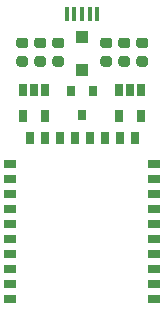
<source format=gtp>
G04 #@! TF.GenerationSoftware,KiCad,Pcbnew,5.1.4+dfsg1-1*
G04 #@! TF.CreationDate,2020-04-01T11:30:31+02:00*
G04 #@! TF.ProjectId,nrfmicro,6e72666d-6963-4726-9f2e-6b696361645f,rev?*
G04 #@! TF.SameCoordinates,Original*
G04 #@! TF.FileFunction,Paste,Top*
G04 #@! TF.FilePolarity,Positive*
%FSLAX46Y46*%
G04 Gerber Fmt 4.6, Leading zero omitted, Abs format (unit mm)*
G04 Created by KiCad (PCBNEW 5.1.4+dfsg1-1) date 2020-04-01 11:30:31*
%MOMM*%
%LPD*%
G04 APERTURE LIST*
%ADD10R,0.450000X1.200000*%
%ADD11C,0.100000*%
%ADD12C,0.875000*%
%ADD13R,1.000000X0.650000*%
%ADD14R,0.650000X1.000000*%
%ADD15R,0.800000X0.900000*%
%ADD16R,1.100000X1.100000*%
%ADD17R,0.650000X1.060000*%
G04 APERTURE END LIST*
D10*
X103152000Y-113699000D03*
X103802000Y-113699000D03*
X104452000Y-113699000D03*
X105102000Y-113699000D03*
X102502000Y-113699000D03*
D11*
G36*
X102047691Y-115701053D02*
G01*
X102068926Y-115704203D01*
X102089750Y-115709419D01*
X102109962Y-115716651D01*
X102129368Y-115725830D01*
X102147781Y-115736866D01*
X102165024Y-115749654D01*
X102180930Y-115764070D01*
X102195346Y-115779976D01*
X102208134Y-115797219D01*
X102219170Y-115815632D01*
X102228349Y-115835038D01*
X102235581Y-115855250D01*
X102240797Y-115876074D01*
X102243947Y-115897309D01*
X102245000Y-115918750D01*
X102245000Y-116356250D01*
X102243947Y-116377691D01*
X102240797Y-116398926D01*
X102235581Y-116419750D01*
X102228349Y-116439962D01*
X102219170Y-116459368D01*
X102208134Y-116477781D01*
X102195346Y-116495024D01*
X102180930Y-116510930D01*
X102165024Y-116525346D01*
X102147781Y-116538134D01*
X102129368Y-116549170D01*
X102109962Y-116558349D01*
X102089750Y-116565581D01*
X102068926Y-116570797D01*
X102047691Y-116573947D01*
X102026250Y-116575000D01*
X101513750Y-116575000D01*
X101492309Y-116573947D01*
X101471074Y-116570797D01*
X101450250Y-116565581D01*
X101430038Y-116558349D01*
X101410632Y-116549170D01*
X101392219Y-116538134D01*
X101374976Y-116525346D01*
X101359070Y-116510930D01*
X101344654Y-116495024D01*
X101331866Y-116477781D01*
X101320830Y-116459368D01*
X101311651Y-116439962D01*
X101304419Y-116419750D01*
X101299203Y-116398926D01*
X101296053Y-116377691D01*
X101295000Y-116356250D01*
X101295000Y-115918750D01*
X101296053Y-115897309D01*
X101299203Y-115876074D01*
X101304419Y-115855250D01*
X101311651Y-115835038D01*
X101320830Y-115815632D01*
X101331866Y-115797219D01*
X101344654Y-115779976D01*
X101359070Y-115764070D01*
X101374976Y-115749654D01*
X101392219Y-115736866D01*
X101410632Y-115725830D01*
X101430038Y-115716651D01*
X101450250Y-115709419D01*
X101471074Y-115704203D01*
X101492309Y-115701053D01*
X101513750Y-115700000D01*
X102026250Y-115700000D01*
X102047691Y-115701053D01*
X102047691Y-115701053D01*
G37*
D12*
X101770000Y-116137500D03*
D11*
G36*
X102047691Y-117276053D02*
G01*
X102068926Y-117279203D01*
X102089750Y-117284419D01*
X102109962Y-117291651D01*
X102129368Y-117300830D01*
X102147781Y-117311866D01*
X102165024Y-117324654D01*
X102180930Y-117339070D01*
X102195346Y-117354976D01*
X102208134Y-117372219D01*
X102219170Y-117390632D01*
X102228349Y-117410038D01*
X102235581Y-117430250D01*
X102240797Y-117451074D01*
X102243947Y-117472309D01*
X102245000Y-117493750D01*
X102245000Y-117931250D01*
X102243947Y-117952691D01*
X102240797Y-117973926D01*
X102235581Y-117994750D01*
X102228349Y-118014962D01*
X102219170Y-118034368D01*
X102208134Y-118052781D01*
X102195346Y-118070024D01*
X102180930Y-118085930D01*
X102165024Y-118100346D01*
X102147781Y-118113134D01*
X102129368Y-118124170D01*
X102109962Y-118133349D01*
X102089750Y-118140581D01*
X102068926Y-118145797D01*
X102047691Y-118148947D01*
X102026250Y-118150000D01*
X101513750Y-118150000D01*
X101492309Y-118148947D01*
X101471074Y-118145797D01*
X101450250Y-118140581D01*
X101430038Y-118133349D01*
X101410632Y-118124170D01*
X101392219Y-118113134D01*
X101374976Y-118100346D01*
X101359070Y-118085930D01*
X101344654Y-118070024D01*
X101331866Y-118052781D01*
X101320830Y-118034368D01*
X101311651Y-118014962D01*
X101304419Y-117994750D01*
X101299203Y-117973926D01*
X101296053Y-117952691D01*
X101295000Y-117931250D01*
X101295000Y-117493750D01*
X101296053Y-117472309D01*
X101299203Y-117451074D01*
X101304419Y-117430250D01*
X101311651Y-117410038D01*
X101320830Y-117390632D01*
X101331866Y-117372219D01*
X101344654Y-117354976D01*
X101359070Y-117339070D01*
X101374976Y-117324654D01*
X101392219Y-117311866D01*
X101410632Y-117300830D01*
X101430038Y-117291651D01*
X101450250Y-117284419D01*
X101471074Y-117279203D01*
X101492309Y-117276053D01*
X101513750Y-117275000D01*
X102026250Y-117275000D01*
X102047691Y-117276053D01*
X102047691Y-117276053D01*
G37*
D12*
X101770000Y-117712500D03*
D11*
G36*
X100523691Y-115701053D02*
G01*
X100544926Y-115704203D01*
X100565750Y-115709419D01*
X100585962Y-115716651D01*
X100605368Y-115725830D01*
X100623781Y-115736866D01*
X100641024Y-115749654D01*
X100656930Y-115764070D01*
X100671346Y-115779976D01*
X100684134Y-115797219D01*
X100695170Y-115815632D01*
X100704349Y-115835038D01*
X100711581Y-115855250D01*
X100716797Y-115876074D01*
X100719947Y-115897309D01*
X100721000Y-115918750D01*
X100721000Y-116356250D01*
X100719947Y-116377691D01*
X100716797Y-116398926D01*
X100711581Y-116419750D01*
X100704349Y-116439962D01*
X100695170Y-116459368D01*
X100684134Y-116477781D01*
X100671346Y-116495024D01*
X100656930Y-116510930D01*
X100641024Y-116525346D01*
X100623781Y-116538134D01*
X100605368Y-116549170D01*
X100585962Y-116558349D01*
X100565750Y-116565581D01*
X100544926Y-116570797D01*
X100523691Y-116573947D01*
X100502250Y-116575000D01*
X99989750Y-116575000D01*
X99968309Y-116573947D01*
X99947074Y-116570797D01*
X99926250Y-116565581D01*
X99906038Y-116558349D01*
X99886632Y-116549170D01*
X99868219Y-116538134D01*
X99850976Y-116525346D01*
X99835070Y-116510930D01*
X99820654Y-116495024D01*
X99807866Y-116477781D01*
X99796830Y-116459368D01*
X99787651Y-116439962D01*
X99780419Y-116419750D01*
X99775203Y-116398926D01*
X99772053Y-116377691D01*
X99771000Y-116356250D01*
X99771000Y-115918750D01*
X99772053Y-115897309D01*
X99775203Y-115876074D01*
X99780419Y-115855250D01*
X99787651Y-115835038D01*
X99796830Y-115815632D01*
X99807866Y-115797219D01*
X99820654Y-115779976D01*
X99835070Y-115764070D01*
X99850976Y-115749654D01*
X99868219Y-115736866D01*
X99886632Y-115725830D01*
X99906038Y-115716651D01*
X99926250Y-115709419D01*
X99947074Y-115704203D01*
X99968309Y-115701053D01*
X99989750Y-115700000D01*
X100502250Y-115700000D01*
X100523691Y-115701053D01*
X100523691Y-115701053D01*
G37*
D12*
X100246000Y-116137500D03*
D11*
G36*
X100523691Y-117276053D02*
G01*
X100544926Y-117279203D01*
X100565750Y-117284419D01*
X100585962Y-117291651D01*
X100605368Y-117300830D01*
X100623781Y-117311866D01*
X100641024Y-117324654D01*
X100656930Y-117339070D01*
X100671346Y-117354976D01*
X100684134Y-117372219D01*
X100695170Y-117390632D01*
X100704349Y-117410038D01*
X100711581Y-117430250D01*
X100716797Y-117451074D01*
X100719947Y-117472309D01*
X100721000Y-117493750D01*
X100721000Y-117931250D01*
X100719947Y-117952691D01*
X100716797Y-117973926D01*
X100711581Y-117994750D01*
X100704349Y-118014962D01*
X100695170Y-118034368D01*
X100684134Y-118052781D01*
X100671346Y-118070024D01*
X100656930Y-118085930D01*
X100641024Y-118100346D01*
X100623781Y-118113134D01*
X100605368Y-118124170D01*
X100585962Y-118133349D01*
X100565750Y-118140581D01*
X100544926Y-118145797D01*
X100523691Y-118148947D01*
X100502250Y-118150000D01*
X99989750Y-118150000D01*
X99968309Y-118148947D01*
X99947074Y-118145797D01*
X99926250Y-118140581D01*
X99906038Y-118133349D01*
X99886632Y-118124170D01*
X99868219Y-118113134D01*
X99850976Y-118100346D01*
X99835070Y-118085930D01*
X99820654Y-118070024D01*
X99807866Y-118052781D01*
X99796830Y-118034368D01*
X99787651Y-118014962D01*
X99780419Y-117994750D01*
X99775203Y-117973926D01*
X99772053Y-117952691D01*
X99771000Y-117931250D01*
X99771000Y-117493750D01*
X99772053Y-117472309D01*
X99775203Y-117451074D01*
X99780419Y-117430250D01*
X99787651Y-117410038D01*
X99796830Y-117390632D01*
X99807866Y-117372219D01*
X99820654Y-117354976D01*
X99835070Y-117339070D01*
X99850976Y-117324654D01*
X99868219Y-117311866D01*
X99886632Y-117300830D01*
X99906038Y-117291651D01*
X99926250Y-117284419D01*
X99947074Y-117279203D01*
X99968309Y-117276053D01*
X99989750Y-117275000D01*
X100502250Y-117275000D01*
X100523691Y-117276053D01*
X100523691Y-117276053D01*
G37*
D12*
X100246000Y-117712500D03*
D11*
G36*
X98999191Y-117276053D02*
G01*
X99020426Y-117279203D01*
X99041250Y-117284419D01*
X99061462Y-117291651D01*
X99080868Y-117300830D01*
X99099281Y-117311866D01*
X99116524Y-117324654D01*
X99132430Y-117339070D01*
X99146846Y-117354976D01*
X99159634Y-117372219D01*
X99170670Y-117390632D01*
X99179849Y-117410038D01*
X99187081Y-117430250D01*
X99192297Y-117451074D01*
X99195447Y-117472309D01*
X99196500Y-117493750D01*
X99196500Y-117931250D01*
X99195447Y-117952691D01*
X99192297Y-117973926D01*
X99187081Y-117994750D01*
X99179849Y-118014962D01*
X99170670Y-118034368D01*
X99159634Y-118052781D01*
X99146846Y-118070024D01*
X99132430Y-118085930D01*
X99116524Y-118100346D01*
X99099281Y-118113134D01*
X99080868Y-118124170D01*
X99061462Y-118133349D01*
X99041250Y-118140581D01*
X99020426Y-118145797D01*
X98999191Y-118148947D01*
X98977750Y-118150000D01*
X98465250Y-118150000D01*
X98443809Y-118148947D01*
X98422574Y-118145797D01*
X98401750Y-118140581D01*
X98381538Y-118133349D01*
X98362132Y-118124170D01*
X98343719Y-118113134D01*
X98326476Y-118100346D01*
X98310570Y-118085930D01*
X98296154Y-118070024D01*
X98283366Y-118052781D01*
X98272330Y-118034368D01*
X98263151Y-118014962D01*
X98255919Y-117994750D01*
X98250703Y-117973926D01*
X98247553Y-117952691D01*
X98246500Y-117931250D01*
X98246500Y-117493750D01*
X98247553Y-117472309D01*
X98250703Y-117451074D01*
X98255919Y-117430250D01*
X98263151Y-117410038D01*
X98272330Y-117390632D01*
X98283366Y-117372219D01*
X98296154Y-117354976D01*
X98310570Y-117339070D01*
X98326476Y-117324654D01*
X98343719Y-117311866D01*
X98362132Y-117300830D01*
X98381538Y-117291651D01*
X98401750Y-117284419D01*
X98422574Y-117279203D01*
X98443809Y-117276053D01*
X98465250Y-117275000D01*
X98977750Y-117275000D01*
X98999191Y-117276053D01*
X98999191Y-117276053D01*
G37*
D12*
X98721500Y-117712500D03*
D11*
G36*
X98999191Y-115701053D02*
G01*
X99020426Y-115704203D01*
X99041250Y-115709419D01*
X99061462Y-115716651D01*
X99080868Y-115725830D01*
X99099281Y-115736866D01*
X99116524Y-115749654D01*
X99132430Y-115764070D01*
X99146846Y-115779976D01*
X99159634Y-115797219D01*
X99170670Y-115815632D01*
X99179849Y-115835038D01*
X99187081Y-115855250D01*
X99192297Y-115876074D01*
X99195447Y-115897309D01*
X99196500Y-115918750D01*
X99196500Y-116356250D01*
X99195447Y-116377691D01*
X99192297Y-116398926D01*
X99187081Y-116419750D01*
X99179849Y-116439962D01*
X99170670Y-116459368D01*
X99159634Y-116477781D01*
X99146846Y-116495024D01*
X99132430Y-116510930D01*
X99116524Y-116525346D01*
X99099281Y-116538134D01*
X99080868Y-116549170D01*
X99061462Y-116558349D01*
X99041250Y-116565581D01*
X99020426Y-116570797D01*
X98999191Y-116573947D01*
X98977750Y-116575000D01*
X98465250Y-116575000D01*
X98443809Y-116573947D01*
X98422574Y-116570797D01*
X98401750Y-116565581D01*
X98381538Y-116558349D01*
X98362132Y-116549170D01*
X98343719Y-116538134D01*
X98326476Y-116525346D01*
X98310570Y-116510930D01*
X98296154Y-116495024D01*
X98283366Y-116477781D01*
X98272330Y-116459368D01*
X98263151Y-116439962D01*
X98255919Y-116419750D01*
X98250703Y-116398926D01*
X98247553Y-116377691D01*
X98246500Y-116356250D01*
X98246500Y-115918750D01*
X98247553Y-115897309D01*
X98250703Y-115876074D01*
X98255919Y-115855250D01*
X98263151Y-115835038D01*
X98272330Y-115815632D01*
X98283366Y-115797219D01*
X98296154Y-115779976D01*
X98310570Y-115764070D01*
X98326476Y-115749654D01*
X98343719Y-115736866D01*
X98362132Y-115725830D01*
X98381538Y-115716651D01*
X98401750Y-115709419D01*
X98422574Y-115704203D01*
X98443809Y-115701053D01*
X98465250Y-115700000D01*
X98977750Y-115700000D01*
X98999191Y-115701053D01*
X98999191Y-115701053D01*
G37*
D12*
X98721500Y-116137500D03*
D13*
X109921000Y-126383000D03*
X109921000Y-127653000D03*
X109921000Y-128923000D03*
X109921000Y-130193000D03*
X109921000Y-131463000D03*
X109921000Y-132733000D03*
X109921000Y-134003000D03*
X109921000Y-135273000D03*
X109921000Y-136543000D03*
X109921000Y-137813000D03*
X97683000Y-130193000D03*
X97683000Y-137813000D03*
X97683000Y-131463000D03*
X97683000Y-136543000D03*
X97683000Y-135273000D03*
X97683000Y-134003000D03*
X97683000Y-128923000D03*
X97683000Y-132733000D03*
X97683000Y-127653000D03*
X97683000Y-126383000D03*
D14*
X100652000Y-124164000D03*
X108272000Y-124164000D03*
X101922000Y-124164000D03*
X107002000Y-124164000D03*
X105732000Y-124164000D03*
X104462000Y-124164000D03*
X99382000Y-124164000D03*
X103192000Y-124164000D03*
D11*
G36*
X106111691Y-115701053D02*
G01*
X106132926Y-115704203D01*
X106153750Y-115709419D01*
X106173962Y-115716651D01*
X106193368Y-115725830D01*
X106211781Y-115736866D01*
X106229024Y-115749654D01*
X106244930Y-115764070D01*
X106259346Y-115779976D01*
X106272134Y-115797219D01*
X106283170Y-115815632D01*
X106292349Y-115835038D01*
X106299581Y-115855250D01*
X106304797Y-115876074D01*
X106307947Y-115897309D01*
X106309000Y-115918750D01*
X106309000Y-116356250D01*
X106307947Y-116377691D01*
X106304797Y-116398926D01*
X106299581Y-116419750D01*
X106292349Y-116439962D01*
X106283170Y-116459368D01*
X106272134Y-116477781D01*
X106259346Y-116495024D01*
X106244930Y-116510930D01*
X106229024Y-116525346D01*
X106211781Y-116538134D01*
X106193368Y-116549170D01*
X106173962Y-116558349D01*
X106153750Y-116565581D01*
X106132926Y-116570797D01*
X106111691Y-116573947D01*
X106090250Y-116575000D01*
X105577750Y-116575000D01*
X105556309Y-116573947D01*
X105535074Y-116570797D01*
X105514250Y-116565581D01*
X105494038Y-116558349D01*
X105474632Y-116549170D01*
X105456219Y-116538134D01*
X105438976Y-116525346D01*
X105423070Y-116510930D01*
X105408654Y-116495024D01*
X105395866Y-116477781D01*
X105384830Y-116459368D01*
X105375651Y-116439962D01*
X105368419Y-116419750D01*
X105363203Y-116398926D01*
X105360053Y-116377691D01*
X105359000Y-116356250D01*
X105359000Y-115918750D01*
X105360053Y-115897309D01*
X105363203Y-115876074D01*
X105368419Y-115855250D01*
X105375651Y-115835038D01*
X105384830Y-115815632D01*
X105395866Y-115797219D01*
X105408654Y-115779976D01*
X105423070Y-115764070D01*
X105438976Y-115749654D01*
X105456219Y-115736866D01*
X105474632Y-115725830D01*
X105494038Y-115716651D01*
X105514250Y-115709419D01*
X105535074Y-115704203D01*
X105556309Y-115701053D01*
X105577750Y-115700000D01*
X106090250Y-115700000D01*
X106111691Y-115701053D01*
X106111691Y-115701053D01*
G37*
D12*
X105834000Y-116137500D03*
D11*
G36*
X106111691Y-117276053D02*
G01*
X106132926Y-117279203D01*
X106153750Y-117284419D01*
X106173962Y-117291651D01*
X106193368Y-117300830D01*
X106211781Y-117311866D01*
X106229024Y-117324654D01*
X106244930Y-117339070D01*
X106259346Y-117354976D01*
X106272134Y-117372219D01*
X106283170Y-117390632D01*
X106292349Y-117410038D01*
X106299581Y-117430250D01*
X106304797Y-117451074D01*
X106307947Y-117472309D01*
X106309000Y-117493750D01*
X106309000Y-117931250D01*
X106307947Y-117952691D01*
X106304797Y-117973926D01*
X106299581Y-117994750D01*
X106292349Y-118014962D01*
X106283170Y-118034368D01*
X106272134Y-118052781D01*
X106259346Y-118070024D01*
X106244930Y-118085930D01*
X106229024Y-118100346D01*
X106211781Y-118113134D01*
X106193368Y-118124170D01*
X106173962Y-118133349D01*
X106153750Y-118140581D01*
X106132926Y-118145797D01*
X106111691Y-118148947D01*
X106090250Y-118150000D01*
X105577750Y-118150000D01*
X105556309Y-118148947D01*
X105535074Y-118145797D01*
X105514250Y-118140581D01*
X105494038Y-118133349D01*
X105474632Y-118124170D01*
X105456219Y-118113134D01*
X105438976Y-118100346D01*
X105423070Y-118085930D01*
X105408654Y-118070024D01*
X105395866Y-118052781D01*
X105384830Y-118034368D01*
X105375651Y-118014962D01*
X105368419Y-117994750D01*
X105363203Y-117973926D01*
X105360053Y-117952691D01*
X105359000Y-117931250D01*
X105359000Y-117493750D01*
X105360053Y-117472309D01*
X105363203Y-117451074D01*
X105368419Y-117430250D01*
X105375651Y-117410038D01*
X105384830Y-117390632D01*
X105395866Y-117372219D01*
X105408654Y-117354976D01*
X105423070Y-117339070D01*
X105438976Y-117324654D01*
X105456219Y-117311866D01*
X105474632Y-117300830D01*
X105494038Y-117291651D01*
X105514250Y-117284419D01*
X105535074Y-117279203D01*
X105556309Y-117276053D01*
X105577750Y-117275000D01*
X106090250Y-117275000D01*
X106111691Y-117276053D01*
X106111691Y-117276053D01*
G37*
D12*
X105834000Y-117712500D03*
D11*
G36*
X109159691Y-117276053D02*
G01*
X109180926Y-117279203D01*
X109201750Y-117284419D01*
X109221962Y-117291651D01*
X109241368Y-117300830D01*
X109259781Y-117311866D01*
X109277024Y-117324654D01*
X109292930Y-117339070D01*
X109307346Y-117354976D01*
X109320134Y-117372219D01*
X109331170Y-117390632D01*
X109340349Y-117410038D01*
X109347581Y-117430250D01*
X109352797Y-117451074D01*
X109355947Y-117472309D01*
X109357000Y-117493750D01*
X109357000Y-117931250D01*
X109355947Y-117952691D01*
X109352797Y-117973926D01*
X109347581Y-117994750D01*
X109340349Y-118014962D01*
X109331170Y-118034368D01*
X109320134Y-118052781D01*
X109307346Y-118070024D01*
X109292930Y-118085930D01*
X109277024Y-118100346D01*
X109259781Y-118113134D01*
X109241368Y-118124170D01*
X109221962Y-118133349D01*
X109201750Y-118140581D01*
X109180926Y-118145797D01*
X109159691Y-118148947D01*
X109138250Y-118150000D01*
X108625750Y-118150000D01*
X108604309Y-118148947D01*
X108583074Y-118145797D01*
X108562250Y-118140581D01*
X108542038Y-118133349D01*
X108522632Y-118124170D01*
X108504219Y-118113134D01*
X108486976Y-118100346D01*
X108471070Y-118085930D01*
X108456654Y-118070024D01*
X108443866Y-118052781D01*
X108432830Y-118034368D01*
X108423651Y-118014962D01*
X108416419Y-117994750D01*
X108411203Y-117973926D01*
X108408053Y-117952691D01*
X108407000Y-117931250D01*
X108407000Y-117493750D01*
X108408053Y-117472309D01*
X108411203Y-117451074D01*
X108416419Y-117430250D01*
X108423651Y-117410038D01*
X108432830Y-117390632D01*
X108443866Y-117372219D01*
X108456654Y-117354976D01*
X108471070Y-117339070D01*
X108486976Y-117324654D01*
X108504219Y-117311866D01*
X108522632Y-117300830D01*
X108542038Y-117291651D01*
X108562250Y-117284419D01*
X108583074Y-117279203D01*
X108604309Y-117276053D01*
X108625750Y-117275000D01*
X109138250Y-117275000D01*
X109159691Y-117276053D01*
X109159691Y-117276053D01*
G37*
D12*
X108882000Y-117712500D03*
D11*
G36*
X109159691Y-115701053D02*
G01*
X109180926Y-115704203D01*
X109201750Y-115709419D01*
X109221962Y-115716651D01*
X109241368Y-115725830D01*
X109259781Y-115736866D01*
X109277024Y-115749654D01*
X109292930Y-115764070D01*
X109307346Y-115779976D01*
X109320134Y-115797219D01*
X109331170Y-115815632D01*
X109340349Y-115835038D01*
X109347581Y-115855250D01*
X109352797Y-115876074D01*
X109355947Y-115897309D01*
X109357000Y-115918750D01*
X109357000Y-116356250D01*
X109355947Y-116377691D01*
X109352797Y-116398926D01*
X109347581Y-116419750D01*
X109340349Y-116439962D01*
X109331170Y-116459368D01*
X109320134Y-116477781D01*
X109307346Y-116495024D01*
X109292930Y-116510930D01*
X109277024Y-116525346D01*
X109259781Y-116538134D01*
X109241368Y-116549170D01*
X109221962Y-116558349D01*
X109201750Y-116565581D01*
X109180926Y-116570797D01*
X109159691Y-116573947D01*
X109138250Y-116575000D01*
X108625750Y-116575000D01*
X108604309Y-116573947D01*
X108583074Y-116570797D01*
X108562250Y-116565581D01*
X108542038Y-116558349D01*
X108522632Y-116549170D01*
X108504219Y-116538134D01*
X108486976Y-116525346D01*
X108471070Y-116510930D01*
X108456654Y-116495024D01*
X108443866Y-116477781D01*
X108432830Y-116459368D01*
X108423651Y-116439962D01*
X108416419Y-116419750D01*
X108411203Y-116398926D01*
X108408053Y-116377691D01*
X108407000Y-116356250D01*
X108407000Y-115918750D01*
X108408053Y-115897309D01*
X108411203Y-115876074D01*
X108416419Y-115855250D01*
X108423651Y-115835038D01*
X108432830Y-115815632D01*
X108443866Y-115797219D01*
X108456654Y-115779976D01*
X108471070Y-115764070D01*
X108486976Y-115749654D01*
X108504219Y-115736866D01*
X108522632Y-115725830D01*
X108542038Y-115716651D01*
X108562250Y-115709419D01*
X108583074Y-115704203D01*
X108604309Y-115701053D01*
X108625750Y-115700000D01*
X109138250Y-115700000D01*
X109159691Y-115701053D01*
X109159691Y-115701053D01*
G37*
D12*
X108882000Y-116137500D03*
D11*
G36*
X107635691Y-115701053D02*
G01*
X107656926Y-115704203D01*
X107677750Y-115709419D01*
X107697962Y-115716651D01*
X107717368Y-115725830D01*
X107735781Y-115736866D01*
X107753024Y-115749654D01*
X107768930Y-115764070D01*
X107783346Y-115779976D01*
X107796134Y-115797219D01*
X107807170Y-115815632D01*
X107816349Y-115835038D01*
X107823581Y-115855250D01*
X107828797Y-115876074D01*
X107831947Y-115897309D01*
X107833000Y-115918750D01*
X107833000Y-116356250D01*
X107831947Y-116377691D01*
X107828797Y-116398926D01*
X107823581Y-116419750D01*
X107816349Y-116439962D01*
X107807170Y-116459368D01*
X107796134Y-116477781D01*
X107783346Y-116495024D01*
X107768930Y-116510930D01*
X107753024Y-116525346D01*
X107735781Y-116538134D01*
X107717368Y-116549170D01*
X107697962Y-116558349D01*
X107677750Y-116565581D01*
X107656926Y-116570797D01*
X107635691Y-116573947D01*
X107614250Y-116575000D01*
X107101750Y-116575000D01*
X107080309Y-116573947D01*
X107059074Y-116570797D01*
X107038250Y-116565581D01*
X107018038Y-116558349D01*
X106998632Y-116549170D01*
X106980219Y-116538134D01*
X106962976Y-116525346D01*
X106947070Y-116510930D01*
X106932654Y-116495024D01*
X106919866Y-116477781D01*
X106908830Y-116459368D01*
X106899651Y-116439962D01*
X106892419Y-116419750D01*
X106887203Y-116398926D01*
X106884053Y-116377691D01*
X106883000Y-116356250D01*
X106883000Y-115918750D01*
X106884053Y-115897309D01*
X106887203Y-115876074D01*
X106892419Y-115855250D01*
X106899651Y-115835038D01*
X106908830Y-115815632D01*
X106919866Y-115797219D01*
X106932654Y-115779976D01*
X106947070Y-115764070D01*
X106962976Y-115749654D01*
X106980219Y-115736866D01*
X106998632Y-115725830D01*
X107018038Y-115716651D01*
X107038250Y-115709419D01*
X107059074Y-115704203D01*
X107080309Y-115701053D01*
X107101750Y-115700000D01*
X107614250Y-115700000D01*
X107635691Y-115701053D01*
X107635691Y-115701053D01*
G37*
D12*
X107358000Y-116137500D03*
D11*
G36*
X107635691Y-117276053D02*
G01*
X107656926Y-117279203D01*
X107677750Y-117284419D01*
X107697962Y-117291651D01*
X107717368Y-117300830D01*
X107735781Y-117311866D01*
X107753024Y-117324654D01*
X107768930Y-117339070D01*
X107783346Y-117354976D01*
X107796134Y-117372219D01*
X107807170Y-117390632D01*
X107816349Y-117410038D01*
X107823581Y-117430250D01*
X107828797Y-117451074D01*
X107831947Y-117472309D01*
X107833000Y-117493750D01*
X107833000Y-117931250D01*
X107831947Y-117952691D01*
X107828797Y-117973926D01*
X107823581Y-117994750D01*
X107816349Y-118014962D01*
X107807170Y-118034368D01*
X107796134Y-118052781D01*
X107783346Y-118070024D01*
X107768930Y-118085930D01*
X107753024Y-118100346D01*
X107735781Y-118113134D01*
X107717368Y-118124170D01*
X107697962Y-118133349D01*
X107677750Y-118140581D01*
X107656926Y-118145797D01*
X107635691Y-118148947D01*
X107614250Y-118150000D01*
X107101750Y-118150000D01*
X107080309Y-118148947D01*
X107059074Y-118145797D01*
X107038250Y-118140581D01*
X107018038Y-118133349D01*
X106998632Y-118124170D01*
X106980219Y-118113134D01*
X106962976Y-118100346D01*
X106947070Y-118085930D01*
X106932654Y-118070024D01*
X106919866Y-118052781D01*
X106908830Y-118034368D01*
X106899651Y-118014962D01*
X106892419Y-117994750D01*
X106887203Y-117973926D01*
X106884053Y-117952691D01*
X106883000Y-117931250D01*
X106883000Y-117493750D01*
X106884053Y-117472309D01*
X106887203Y-117451074D01*
X106892419Y-117430250D01*
X106899651Y-117410038D01*
X106908830Y-117390632D01*
X106919866Y-117372219D01*
X106932654Y-117354976D01*
X106947070Y-117339070D01*
X106962976Y-117324654D01*
X106980219Y-117311866D01*
X106998632Y-117300830D01*
X107018038Y-117291651D01*
X107038250Y-117284419D01*
X107059074Y-117279203D01*
X107080309Y-117276053D01*
X107101750Y-117275000D01*
X107614250Y-117275000D01*
X107635691Y-117276053D01*
X107635691Y-117276053D01*
G37*
D12*
X107358000Y-117712500D03*
D15*
X104752000Y-120243000D03*
X102852000Y-120243000D03*
X103802000Y-122243000D03*
D16*
X103802000Y-118455000D03*
X103802000Y-115655000D03*
D17*
X108816000Y-122343000D03*
X106916000Y-122343000D03*
X106916000Y-120143000D03*
X107866000Y-120143000D03*
X108816000Y-120143000D03*
X100687500Y-120143000D03*
X99737500Y-120143000D03*
X98787500Y-120143000D03*
X98787500Y-122343000D03*
X100687500Y-122343000D03*
M02*

</source>
